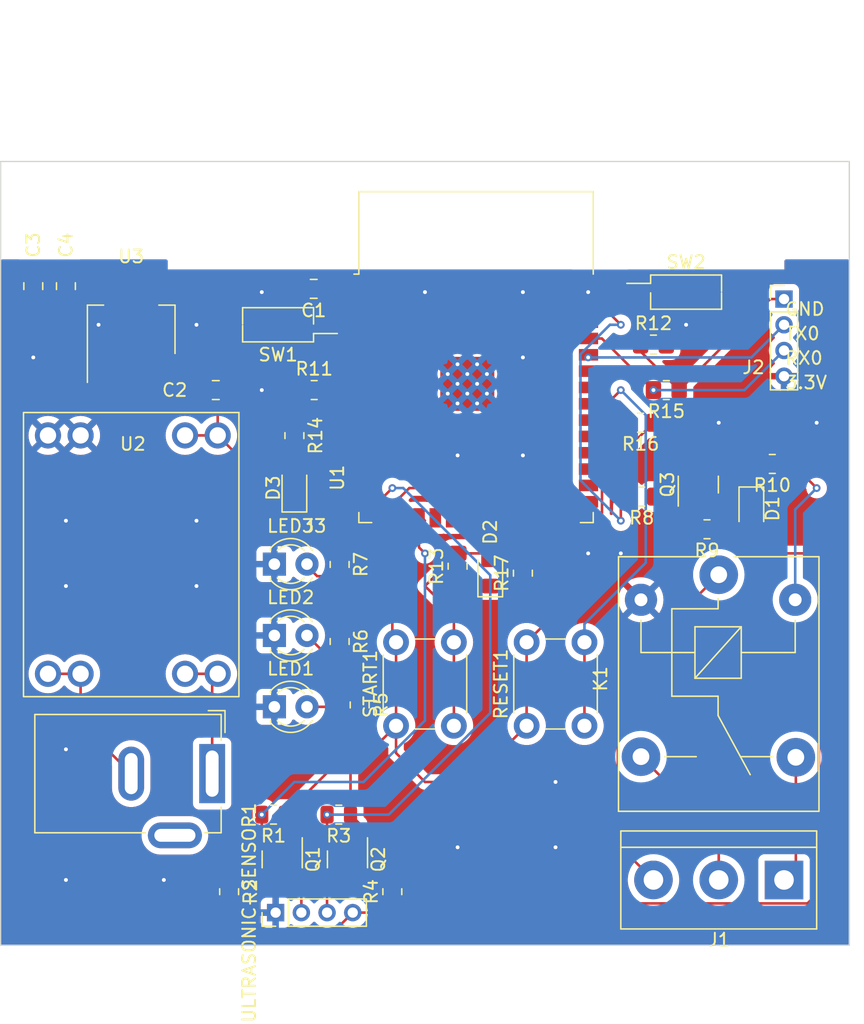
<source format=kicad_pcb>
(kicad_pcb (version 20221018) (generator pcbnew)
  (layers (0 "F.Cu" signal) (31 "B.Cu" signal) (34 "B.Paste" user) (35 "F.Paste" user) (36 "B.SilkS" user "B.Silkscreen") (37 "F.SilkS" user "F.Silkscreen") (38 "B.Mask" user) (39 "F.Mask" user) (44 "Edge.Cuts" user))
  (net 0 "")
  (net 1 "+3.3V")
  (net 2 "GND")
  (net 3 "VDD")
  (net 4 "Net-(D1-K)")
  (net 5 "GPIO2")
  (net 6 "RX0")
  (net 7 "TX0")
  (net 8 "/EN")
  (net 9 "GPIO0")
  (net 10 "GPIO5")
  (net 11 "Net-(D2-K)")
  (net 12 "Net-(D3-A)")
  (net 13 "Net-(J1-Pin_1)")
  (net 14 "Net-(J1-Pin_2)")
  (net 15 "Net-(J1-Pin_3)")
  (net 16 "Net-(J3-Pad1)")
  (net 17 "Net-(J3-Pad2)")
  (net 18 "Net-(LED1-A)")
  (net 19 "Net-(LED2-A)")
  (net 20 "Net-(LED3-A)")
  (net 21 "GPIO12")
  (net 22 "GPIO13")
  (net 29 "GPIO13-5V")
  (net 30 "GPIO12-5V")
  (net 31 "Net-(Q3-B)")
  (net 32 "GPIO26")
  (net 33 "GPIO19")
  (net 35 "GPIO25")
  (net 36 "GPIO33")
  (net 37 "GPIO23")
  (footprint "RF_Module:ESP32-WROOM-32" (layer "F.Cu") (at 64.935 48.685)
    (fp_text reference "U1" (at -10.795 6.395 90) (layer "F.SilkS"))
    (fp_text value "ESP32-WROOM-32")
    (pad "1" smd rect (at -8.75 -8.25) (size 1.5 0.9) (layers "F.Cu" "F.Paste" "F.Mask") (net 2 "GND"))
    (pad "2" smd rect (at -8.75 -6.98) (size 1.5 0.9) (layers "F.Cu" "F.Paste" "F.Mask") (net 1 "+3.3V"))
    (pad "3" smd rect (at -8.75 -5.71) (size 1.5 0.9) (layers "F.Cu" "F.Paste" "F.Mask") (net 8 "/EN"))
    (pad "4" smd rect (at -8.75 -4.44) (size 1.5 0.9) (layers "F.Cu" "F.Paste" "F.Mask"))
    (pad "5" smd rect (at -8.75 -3.17) (size 1.5 0.9) (layers "F.Cu" "F.Paste" "F.Mask"))
    (pad "6" smd rect (at -8.75 -1.9) (size 1.5 0.9) (layers "F.Cu" "F.Paste" "F.Mask"))
    (pad "7" smd rect (at -8.75 -0.63) (size 1.5 0.9) (layers "F.Cu" "F.Paste" "F.Mask"))
    (pad "8" smd rect (at -8.75 0.64) (size 1.5 0.9) (layers "F.Cu" "F.Paste" "F.Mask"))
    (pad "9" smd rect (at -8.75 1.91) (size 1.5 0.9) (layers "F.Cu" "F.Paste" "F.Mask") (net 36 "GPIO33"))
    (pad "10" smd rect (at -8.75 3.18) (size 1.5 0.9) (layers "F.Cu" "F.Paste" "F.Mask") (net 35 "GPIO25"))
    (pad "11" smd rect (at -8.75 4.45) (size 1.5 0.9) (layers "F.Cu" "F.Paste" "F.Mask") (net 32 "GPIO26"))
    (pad "12" smd rect (at -8.75 5.72) (size 1.5 0.9) (layers "F.Cu" "F.Paste" "F.Mask"))
    (pad "13" smd rect (at -8.75 6.99) (size 1.5 0.9) (layers "F.Cu" "F.Paste" "F.Mask"))
    (pad "14" smd rect (at -8.75 8.26) (size 1.5 0.9) (layers "F.Cu" "F.Paste" "F.Mask") (net 21 "GPIO12"))
    (pad "15" smd rect (at -5.71 9.51 90) (size 1.5 0.9) (layers "F.Cu" "F.Paste" "F.Mask") (net 2 "GND"))
    (pad "16" smd rect (at -4.44 9.51 90) (size 1.5 0.9) (layers "F.Cu" "F.Paste" "F.Mask") (net 22 "GPIO13"))
    (pad "17" smd rect (at -3.17 9.51 90) (size 1.5 0.9) (layers "F.Cu" "F.Paste" "F.Mask"))
    (pad "18" smd rect (at -1.9 9.51 90) (size 1.5 0.9) (layers "F.Cu" "F.Paste" "F.Mask"))
    (pad "19" smd rect (at -0.63 9.51 90) (size 1.5 0.9) (layers "F.Cu" "F.Paste" "F.Mask"))
    (pad "20" smd rect (at 0.64 9.51 90) (size 1.5 0.9) (layers "F.Cu" "F.Paste" "F.Mask"))
    (pad "21" smd rect (at 1.91 9.51 90) (size 1.5 0.9) (layers "F.Cu" "F.Paste" "F.Mask"))
    (pad "22" smd rect (at 3.18 9.51 90) (size 1.5 0.9) (layers "F.Cu" "F.Paste" "F.Mask"))
    (pad "23" smd rect (at 4.45 9.51 90) (size 1.5 0.9) (layers "F.Cu" "F.Paste" "F.Mask"))
    (pad "24" smd rect (at 5.72 9.51 90) (size 1.5 0.9) (layers "F.Cu" "F.Paste" "F.Mask") (net 5 "GPIO2"))
    (pad "25" smd rect (at 8.75 8.26) (size 1.5 0.9) (layers "F.Cu" "F.Paste" "F.Mask") (net 9 "GPIO0"))
    (pad "26" smd rect (at 8.75 6.99) (size 1.5 0.9) (layers "F.Cu" "F.Paste" "F.Mask"))
    (pad "27" smd rect (at 8.75 5.72) (size 1.5 0.9) (layers "F.Cu" "F.Paste" "F.Mask"))
    (pad "28" smd rect (at 8.75 4.45) (size 1.5 0.9) (layers "F.Cu" "F.Paste" "F.Mask"))
    (pad "29" smd rect (at 8.75 3.18) (size 1.5 0.9) (layers "F.Cu" "F.Paste" "F.Mask") (net 10 "GPIO5"))
    (pad "30" smd rect (at 8.75 1.91) (size 1.5 0.9) (layers "F.Cu" "F.Paste" "F.Mask"))
    (pad "31" smd rect (at 8.75 0.64) (size 1.5 0.9) (layers "F.Cu" "F.Paste" "F.Mask") (net 33 "GPIO19"))
    (pad "32" smd rect (at 8.75 -0.63) (size 1.5 0.9) (layers "F.Cu" "F.Paste" "F.Mask"))
    (pad "33" smd rect (at 8.75 -1.9) (size 1.5 0.9) (layers "F.Cu" "F.Paste" "F.Mask"))
    (pad "34" smd rect (at 8.75 -3.17) (size 1.5 0.9) (layers "F.Cu" "F.Paste" "F.Mask") (net 6 "RX0"))
    (pad "35" smd rect (at 8.75 -4.44) (size 1.5 0.9) (layers "F.Cu" "F.Paste" "F.Mask") (net 7 "TX0"))
    (pad "36" smd rect (at 8.75 -5.71) (size 1.5 0.9) (layers "F.Cu" "F.Paste" "F.Mask"))
    (pad "37" smd rect (at 8.75 -6.98) (size 1.5 0.9) (layers "F.Cu" "F.Paste" "F.Mask") (net 37 "GPIO23"))
    (pad "38" smd rect (at 8.75 -8.25) (size 1.5 0.9) (layers "F.Cu" "F.Paste" "F.Mask") (net 2 "GND"))
    (pad "39" smd rect (at -2.205 -2.435) (size 1.05 1.05) (layers "F.Cu" "F.Paste") (net 2 "GND"))
    (pad "39" thru_hole circle (at -2.205 -1.6725) (size 0.6 0.6) (drill 0.3) (property pad_prop_heatsink) (layers "*.Cu" "F.Mask") (net 2 "GND"))
    (pad "39" smd rect (at -2.205 -0.91) (size 1.05 1.05) (layers "F.Cu" "F.Paste") (net 2 "GND"))
    (pad "39" thru_hole circle (at -2.205 -0.1475) (size 0.6 0.6) (drill 0.3) (property pad_prop_heatsink) (layers "*.Cu" "F.Mask") (net 2 "GND"))
    (pad "39" smd rect (at -2.205 0.615) (size 1.05 1.05) (layers "F.Cu" "F.Paste") (net 2 "GND"))
    (pad "39" thru_hole circle (at -1.4425 -2.435) (size 0.6 0.6) (drill 0.3) (property pad_prop_heatsink) (layers "*.Cu" "F.Mask") (net 2 "GND"))
    (pad "39" thru_hole circle (at -1.4425 -0.91) (size 0.6 0.6) (drill 0.3) (property pad_prop_heatsink) (layers "*.Cu" "F.Mask") (net 2 "GND"))
    (pad "39" thru_hole circle (at -1.4425 0.615) (size 0.6 0.6) (drill 0.3) (property pad_prop_heatsink) (layers "*.Cu" "F.Mask") (net 2 "GND"))
    (pad "39" smd rect (at -0.68 -2.435) (size 1.05 1.05) (layers "F.Cu" "F.Paste") (net 2 "GND"))
    (pad "39" thru_hole circle (at -0.68 -1.6725) (size 0.6 0.6) (drill 0.3) (property pad_prop_heatsink) (layers "*.Cu" "F.Mask") (net 2 "GND"))
    (pad "39" smd rect (at -0.68 -0.91) (size 1.05 1.05) (layers "F.Cu" "F.Paste") (net 2 "GND"))
    (pad "39" smd rect (at -0.68 -0.91) (size 4.2 4.2) (layers "F.Cu" "F.Mask") (net 2 "GND"))
    (pad "39" thru_hole circle (at -0.68 -0.1475) (size 0.6 0.6) (drill 0.3) (property pad_prop_heatsink) (layers "*.Cu" "F.Mask") (net 2 "GND"))
    (pad "39" smd rect (at -0.68 0.615) (size 1.05 1.05) (layers "F.Cu" "F.Paste") (net 2 "GND"))
    (pad "39" thru_hole circle (at 0.0825 -2.435) (size 0.6 0.6) (drill 0.3) (property pad_prop_heatsink) (layers "*.Cu" "F.Mask") (net 2 "GND"))
    (pad "39" thru_hole circle (at 0.0825 -0.91) (size 0.6 0.6) (drill 0.3) (property pad_prop_heatsink) (layers "*.Cu" "F.Mask") (net 2 "GND"))
    (pad "39" thru_hole circle (at 0.0825 0.615) (size 0.6 0.6) (drill 0.3) (property pad_prop_heatsink) (layers "*.Cu" "F.Mask") (net 2 "GND"))
    (pad "39" smd rect (at 0.845 -2.435) (size 1.05 1.05) (layers "F.Cu" "F.Paste") (net 2 "GND"))
    (pad "39" thru_hole circle (at 0.845 -1.6725) (size 0.6 0.6) (drill 0.3) (property pad_prop_heatsink) (layers "*.Cu" "F.Mask") (net 2 "GND"))
    (pad "39" smd rect (at 0.845 -0.91) (size 1.05 1.05) (layers "F.Cu" "F.Paste") (net 2 "GND"))
    (pad "39" thru_hole circle (at 0.845 -0.1475) (size 0.6 0.6) (drill 0.3) (property pad_prop_heatsink) (layers "*.Cu" "F.Mask") (net 2 "GND"))
    (pad "39" smd rect (at 0.845 0.615) (size 1.05 1.05) (layers "F.Cu" "F.Paste") (net 2 "GND"))
    (zone (net 0) (net_name "") (layers "F.Cu" "In1.Cu" "B.Cu") (connect_pads (clearance 0)) (min_thickness 0.254)
      (keepout (tracks not_allowed) (vias not_allowed) (pads not_allowed) (copperpour not_allowed) (footprints not_allowed))
      (fill (thermal_gap 0.508) (thermal_bridge_width 0.508))
      (polygon (pts (xy 40.935 38.885) (xy 88.935 38.885) (xy 88.935 17.945) (xy 40.935 17.945)))
    )
  )
  (footprint "Capacitor_SMD:C_0805_2012Metric_Pad1.18x1.45mm_HandSolder" (layer "F.Cu") (at 44.6825 48.26)
    (fp_text reference "C2" (at -3.2 0) (layer "F.SilkS"))
    (fp_text value "10uF")
    (pad "1" smd roundrect (at -1.0375 0) (size 1.175 1.45) (layers "F.Cu" "F.Paste" "F.Mask") (roundrect_rratio 0.212766) (net 3 "VDD"))
    (pad "2" smd roundrect (at 1.0375 0) (size 1.175 1.45) (layers "F.Cu" "F.Paste" "F.Mask") (roundrect_rratio 0.212766) (net 2 "GND"))
  )
  (footprint "Library:U1584" (layer "F.Cu") (at 38.227 50.006)
    (fp_text reference "U2" (at 0 2.445 unlocked) (layer "F.SilkS"))
    (fp_text value "MP1584")
    (pad "1" thru_hole circle (at -6.604 20.32) (size 2.032 2.032) (drill 1.27) (layers "*.Cu" "*.Mask") (net 17 "Net-(J3-Pad2)"))
    (pad "2" thru_hole circle (at -4.064 20.32) (size 2.032 2.032) (drill 1.27) (layers "*.Cu" "*.Mask") (net 17 "Net-(J3-Pad2)"))
    (pad "3" thru_hole circle (at 4.064 20.32) (size 2.032 2.032) (drill 1.27) (layers "*.Cu" "*.Mask") (net 16 "Net-(J3-Pad1)"))
    (pad "4" thru_hole circle (at 6.604 20.32) (size 2.032 2.032) (drill 1.27) (layers "*.Cu" "*.Mask") (net 16 "Net-(J3-Pad1)"))
    (pad "5" thru_hole circle (at 6.604 1.778) (size 2.032 2.032) (drill 1.27) (layers "*.Cu" "*.Mask") (net 3 "VDD"))
    (pad "6" thru_hole circle (at 4.064 1.778) (size 2.032 2.032) (drill 1.27) (layers "*.Cu" "*.Mask") (net 3 "VDD"))
    (pad "7" thru_hole circle (at -4.064 1.778) (size 2.032 2.032) (drill 1.27) (layers "*.Cu" "*.Mask") (net 2 "GND"))
    (pad "8" thru_hole circle (at -6.604 1.778) (size 2.032 2.032) (drill 1.27) (layers "*.Cu" "*.Mask") (net 2 "GND"))
  )
  (footprint "Package_TO_SOT_SMD:SOT-223-3_TabPin2" (layer "F.Cu") (at 38.1 43.561 90)
    (fp_text reference "U3" (at 5.69 0) (layer "F.SilkS"))
    (fp_text value "AMS1117-3.3")
    (pad "1" smd rect (at -3.15 -2.3 90) (size 2 1.5) (layers "F.Cu" "F.Paste" "F.Mask") (net 2 "GND"))
    (pad "2" smd rect (at -3.15 0 90) (size 2 1.5) (layers "F.Cu" "F.Paste" "F.Mask") (net 1 "+3.3V"))
    (pad "2" smd rect (at 3.15 0 90) (size 2 3.8) (layers "F.Cu" "F.Paste" "F.Mask") (net 1 "+3.3V"))
    (pad "3" smd rect (at -3.15 2.3 90) (size 2 1.5) (layers "F.Cu" "F.Paste" "F.Mask") (net 3 "VDD"))
  )
  (footprint "Button_Switch_SMD:SW_DIP_SPSTx01_Slide_Copal_CHS-01B_W7.62mm_P1.27mm" (layer "F.Cu") (at 81.28 40.64)
    (fp_text reference "SW2" (at 0 -2.33) (layer "F.SilkS"))
    (fp_text value "FLASH")
    (pad "1" smd rect (at -3.81 0) (size 1.6 0.76) (layers "F.Cu" "F.Paste" "F.Mask") (net 9 "GPIO0"))
    (pad "2" smd rect (at 3.81 0) (size 1.6 0.76) (layers "F.Cu" "F.Paste" "F.Mask") (net 2 "GND"))
  )
  (footprint "LED_THT:LED_D3.0mm" (layer "F.Cu") (at 49.24 72.894484)
    (fp_text reference "LED1" (at 1.27 -2.96) (layer "F.SilkS"))
    (fp_text value "YELLOW")
    (pad "1" thru_hole rect (at 0 0) (size 1.8 1.8) (drill 0.9) (layers "*.Cu" "*.Mask") (net 2 "GND"))
    (pad "2" thru_hole circle (at 2.54 0) (size 1.8 1.8) (drill 0.9) (layers "*.Cu" "*.Mask") (net 18 "Net-(LED1-A)"))
  )
  (footprint "Resistor_SMD:R_0805_2012Metric" (layer "F.Cu") (at 49.1725 81.28 180)
    (fp_text reference "R1" (at 0 -1.65) (layer "F.SilkS"))
    (fp_text value "10k")
    (pad "1" smd roundrect (at -0.9125 0 180) (size 1.025 1.4) (layers "F.Cu" "F.Paste" "F.Mask") (roundrect_rratio 0.243902) (net 1 "+3.3V"))
    (pad "2" smd roundrect (at 0.9125 0 180) (size 1.025 1.4) (layers "F.Cu" "F.Paste" "F.Mask") (roundrect_rratio 0.243902) (net 22 "GPIO13"))
  )
  (footprint "Resistor_SMD:R_0805_2012Metric_Pad1.20x1.40mm_HandSolder" (layer "F.Cu") (at 79.74 48.26 180)
    (fp_text reference "R15" (at 0 -1.65) (layer "F.SilkS"))
    (fp_text value "10K")
    (pad "1" smd roundrect (at -1 0 180) (size 1.2 1.4) (layers "F.Cu" "F.Paste" "F.Mask") (roundrect_rratio 0.208333) (net 1 "+3.3V"))
    (pad "2" smd roundrect (at 1 0 180) (size 1.2 1.4) (layers "F.Cu" "F.Paste" "F.Mask") (roundrect_rratio 0.208333) (net 7 "TX0"))
  )
  (footprint "Connector_PinHeader_2.00mm:PinHeader_1x04_P2.00mm_Vertical" (layer "F.Cu") (at 88.9 41.18)
    (fp_text reference "J2" (at -2.375 5.315) (layer "F.SilkS"))
    (fp_text value "Conn_01x04_Pin")
    (pad "1" thru_hole rect (at 0 0) (size 1.35 1.35) (drill 0.8) (layers "*.Cu" "*.Mask") (net 1 "+3.3V"))
    (pad "2" thru_hole oval (at 0 2) (size 1.35 1.35) (drill 0.8) (layers "*.Cu" "*.Mask") (net 6 "RX0"))
    (pad "3" thru_hole oval (at 0 4) (size 1.35 1.35) (drill 0.8) (layers "*.Cu" "*.Mask") (net 7 "TX0"))
    (pad "4" thru_hole oval (at 0 6) (size 1.35 1.35) (drill 0.8) (layers "*.Cu" "*.Mask") (net 2 "GND"))
  )
  (footprint "Resistor_SMD:R_0805_2012Metric" (layer "F.Cu") (at 82.9075 59.085 180)
    (fp_text reference "R9" (at 0 -1.65) (layer "F.SilkS"))
    (fp_text value "1k")
    (pad "1" smd roundrect (at -0.9125 0 180) (size 1.025 1.4) (layers "F.Cu" "F.Paste" "F.Mask") (roundrect_rratio 0.243902) (net 3 "VDD"))
    (pad "2" smd roundrect (at 0.9125 0 180) (size 1.025 1.4) (layers "F.Cu" "F.Paste" "F.Mask") (roundrect_rratio 0.243902) (net 2 "GND"))
  )
  (footprint "Button_Switch_SMD:SW_DIP_SPSTx01_Slide_Copal_CHS-01B_W7.62mm_P1.27mm" (layer "F.Cu") (at 49.53 43.18 180)
    (fp_text reference "SW1" (at 0 -2.33) (layer "F.SilkS"))
    (fp_text value "EN")
    (pad "1" smd rect (at -3.81 0 180) (size 1.6 0.76) (layers "F.Cu" "F.Paste" "F.Mask") (net 8 "/EN"))
    (pad "2" smd rect (at 3.81 0 180) (size 1.6 0.76) (layers "F.Cu" "F.Paste" "F.Mask") (net 2 "GND"))
  )
  (footprint "Resistor_SMD:R_0805_2012Metric" (layer "F.Cu") (at 45.72 87.2725 -90)
    (fp_text reference "R2" (at 0 -1.65 -270) (layer "F.SilkS"))
    (fp_text value "10k")
    (pad "1" smd roundrect (at -0.9125 0 270) (size 1.025 1.4) (layers "F.Cu" "F.Paste" "F.Mask") (roundrect_rratio 0.243902) (net 3 "VDD"))
    (pad "2" smd roundrect (at 0.9125 0 270) (size 1.025 1.4) (layers "F.Cu" "F.Paste" "F.Mask") (roundrect_rratio 0.243902) (net 29 "GPIO13-5V"))
  )
  (footprint "Relay_THT:Relay_SPDT_SANYOU_SRD_Series_Form_C" (layer "F.Cu") (at 83.82 62.62 -90)
    (fp_text reference "K1" (at 8.1 9.2 90) (layer "F.SilkS"))
    (fp_text value "SANYOU_SRD_Form_C")
    (pad "1" thru_hole circle (at 0 0) (size 3 3) (drill 1.3) (layers "*.Cu" "*.Mask") (net 15 "Net-(J1-Pin_3)"))
    (pad "2" thru_hole circle (at 1.95 6.05) (size 2.5 2.5) (drill 1) (layers "*.Cu" "*.Mask") (net 2 "GND"))
    (pad "3" thru_hole circle (at 14.15 6.05) (size 3 3) (drill 1.3) (layers "*.Cu" "*.Mask") (net 14 "Net-(J1-Pin_2)"))
    (pad "4" thru_hole circle (at 14.2 -6) (size 3 3) (drill 1.3) (layers "*.Cu" "*.Mask") (net 13 "Net-(J1-Pin_1)"))
    (pad "5" thru_hole circle (at 1.95 -5.95) (size 2.5 2.5) (drill 1) (layers "*.Cu" "*.Mask") (net 4 "Net-(D1-K)"))
  )
  (footprint "Resistor_SMD:R_0805_2012Metric" (layer "F.Cu") (at 55.88 72.7475 -90)
    (fp_text reference "R5" (at 0 -1.65 90) (layer "F.SilkS"))
    (fp_text value "270")
    (pad "1" smd roundrect (at -0.9125 0 270) (size 1.025 1.4) (layers "F.Cu" "F.Paste" "F.Mask") (roundrect_rratio 0.243902) (net 32 "GPIO26"))
    (pad "2" smd roundrect (at 0.9125 0 270) (size 1.025 1.4) (layers "F.Cu" "F.Paste" "F.Mask") (roundrect_rratio 0.243902) (net 18 "Net-(LED1-A)"))
  )
  (footprint "Button_Switch_THT:SW_PUSH_6mm" (layer "F.Cu") (at 58.71 74.37 90)
    (fp_text reference "START1" (at 3.25 -2 90) (layer "F.SilkS"))
    (fp_text value "SW_Push")
    (pad "1" thru_hole circle (at 0 0 180) (size 2 2) (drill 1.1) (layers "*.Cu" "*.Mask") (net 1 "+3.3V"))
    (pad "1" thru_hole circle (at 6.5 0 180) (size 2 2) (drill 1.1) (layers "*.Cu" "*.Mask") (net 1 "+3.3V"))
    (pad "2" thru_hole circle (at 0 4.5 180) (size 2 2) (drill 1.1) (layers "*.Cu" "*.Mask") (net 5 "GPIO2"))
    (pad "2" thru_hole circle (at 6.5 4.5 180) (size 2 2) (drill 1.1) (layers "*.Cu" "*.Mask") (net 5 "GPIO2"))
  )
  (footprint "Resistor_SMD:R_0805_2012Metric" (layer "F.Cu") (at 54.2525 81.28 180)
    (fp_text reference "R3" (at 0 -1.65) (layer "F.SilkS"))
    (fp_text value "10k")
    (pad "1" smd roundrect (at -0.9125 0 180) (size 1.025 1.4) (layers "F.Cu" "F.Paste" "F.Mask") (roundrect_rratio 0.243902) (net 1 "+3.3V"))
    (pad "2" smd roundrect (at 0.9125 0 180) (size 1.025 1.4) (layers "F.Cu" "F.Paste" "F.Mask") (roundrect_rratio 0.243902) (net 21 "GPIO12"))
  )
  (footprint "Resistor_SMD:R_0805_2012Metric" (layer "F.Cu") (at 54.32 67.814484 -90)
    (fp_text reference "R6" (at 0 -1.65 90) (layer "F.SilkS"))
    (fp_text value "270")
    (pad "1" smd roundrect (at -0.9125 0 270) (size 1.025 1.4) (layers "F.Cu" "F.Paste" "F.Mask") (roundrect_rratio 0.243902) (net 35 "GPIO25"))
    (pad "2" smd roundrect (at 0.9125 0 270) (size 1.025 1.4) (layers "F.Cu" "F.Paste" "F.Mask") (roundrect_rratio 0.243902) (net 19 "Net-(LED2-A)"))
  )
  (footprint "Connector_PinHeader_2.00mm:PinHeader_1x04_P2.00mm_Vertical" (layer "F.Cu") (at 49.34 88.9 90)
    (fp_text reference "ULTRASONIC-SENSOR1" (at 0 -2.06 90) (layer "F.SilkS"))
    (fp_text value "Conn_01x04_Socket")
    (pad "1" thru_hole rect (at 0 0 90) (size 1.35 1.35) (drill 0.8) (layers "*.Cu" "*.Mask") (net 2 "GND"))
    (pad "2" thru_hole oval (at 0 2 90) (size 1.35 1.35) (drill 0.8) (layers "*.Cu" "*.Mask") (net 29 "GPIO13-5V"))
    (pad "3" thru_hole oval (at 0 4 90) (size 1.35 1.35) (drill 0.8) (layers "*.Cu" "*.Mask") (net 30 "GPIO12-5V"))
    (pad "4" thru_hole oval (at 0 6 90) (size 1.35 1.35) (drill 0.8) (layers "*.Cu" "*.Mask") (net 3 "VDD"))
  )
  (footprint "Resistor_SMD:R_0805_2012Metric_Pad1.20x1.40mm_HandSolder" (layer "F.Cu") (at 68.58 62.5 90)
    (fp_text reference "R17" (at 0 -1.65 90) (layer "F.SilkS"))
    (fp_text value "1K")
    (pad "1" smd roundrect (at -1 0 90) (size 1.2 1.4) (layers "F.Cu" "F.Paste" "F.Mask") (roundrect_rratio 0.208333) (net 11 "Net-(D2-K)"))
    (pad "2" smd roundrect (at 1 0 90) (size 1.2 1.4) (layers "F.Cu" "F.Paste" "F.Mask") (roundrect_rratio 0.208333) (net 2 "GND"))
  )
  (footprint "Package_TO_SOT_SMD:SOT-23" (layer "F.Cu") (at 54.93 84.7575 -90)
    (fp_text reference "Q2" (at 0 -2.4 90) (layer "F.SilkS"))
    (fp_text value "BSS138")
    (pad "1" smd roundrect (at -0.9375 -0.95 270) (size 1.475 0.6) (layers "F.Cu" "F.Paste" "F.Mask") (net 1 "+3.3V"))
    (pad "2" smd roundrect (at -0.9375 0.95 270) (size 1.475 0.6) (layers "F.Cu" "F.Paste" "F.Mask") (net 21 "GPIO12"))
    (pad "3" smd roundrect (at 0.9375 0 270) (size 1.475 0.6) (layers "F.Cu" "F.Paste" "F.Mask") (net 30 "GPIO12-5V"))
  )
  (footprint "Resistor_SMD:R_0805_2012Metric_Pad1.20x1.40mm_HandSolder" (layer "F.Cu") (at 50.8 51.8 -90)
    (fp_text reference "R14" (at 0 -1.65 90) (layer "F.SilkS"))
    (fp_text value "1K")
    (pad "1" smd roundrect (at -1 0 270) (size 1.2 1.4) (layers "F.Cu" "F.Paste" "F.Mask") (roundrect_rratio 0.208333) (net 1 "+3.3V"))
    (pad "2" smd roundrect (at 1 0 270) (size 1.2 1.4) (layers "F.Cu" "F.Paste" "F.Mask") (roundrect_rratio 0.208333) (net 12 "Net-(D3-A)"))
  )
  (footprint "Resistor_SMD:R_0805_2012Metric" (layer "F.Cu") (at 77.8275 56.545 180)
    (fp_text reference "R8" (at 0 -1.65) (layer "F.SilkS"))
    (fp_text value "1k")
    (pad "1" smd roundrect (at -0.9125 0 180) (size 1.025 1.4) (layers "F.Cu" "F.Paste" "F.Mask") (roundrect_rratio 0.243902) (net 31 "Net-(Q3-B)"))
    (pad "2" smd roundrect (at 0.9125 0 180) (size 1.025 1.4) (layers "F.Cu" "F.Paste" "F.Mask") (roundrect_rratio 0.243902) (net 37 "GPIO23"))
  )
  (footprint "Package_TO_SOT_SMD:SOT-23" (layer "F.Cu") (at 49.85 84.7575 -90)
    (fp_text reference "Q1" (at 0 -2.4 90) (layer "F.SilkS"))
    (fp_text value "BSS138")
    (pad "1" smd roundrect (at -0.9375 -0.95 270) (size 1.475 0.6) (layers "F.Cu" "F.Paste" "F.Mask") (net 1 "+3.3V"))
    (pad "2" smd roundrect (at -0.9375 0.95 270) (size 1.475 0.6) (layers "F.Cu" "F.Paste" "F.Mask") (net 22 "GPIO13"))
    (pad "3" smd roundrect (at 0.9375 0 270) (size 1.475 0.6) (layers "F.Cu" "F.Paste" "F.Mask") (net 29 "GPIO13-5V"))
  )
  (footprint "LED_THT:LED_D3.0mm" (layer "F.Cu") (at 49.24 67.344484)
    (fp_text reference "LED2" (at 1.27 -2.96) (layer "F.SilkS"))
    (fp_text value "GREEN")
    (pad "1" thru_hole rect (at 0 0) (size 1.8 1.8) (drill 0.9) (layers "*.Cu" "*.Mask") (net 2 "GND"))
    (pad "2" thru_hole circle (at 2.54 0) (size 1.8 1.8) (drill 0.9) (layers "*.Cu" "*.Mask") (net 19 "Net-(LED2-A)"))
  )
  (footprint "Resistor_SMD:R_0805_2012Metric" (layer "F.Cu") (at 54.32 61.821984 -90)
    (fp_text reference "R7" (at 0 -1.65 90) (layer "F.SilkS"))
    (fp_text value "270")
    (pad "1" smd roundrect (at -0.9125 0 270) (size 1.025 1.4) (layers "F.Cu" "F.Paste" "F.Mask") (roundrect_rratio 0.243902) (net 36 "GPIO33"))
    (pad "2" smd roundrect (at 0.9125 0 270) (size 1.025 1.4) (layers "F.Cu" "F.Paste" "F.Mask") (roundrect_rratio 0.243902) (net 20 "Net-(LED3-A)"))
  )
  (footprint "LED_SMD:LED_0805_2012Metric_Pad1.15x1.40mm_HandSolder" (layer "F.Cu") (at 50.8 55.88 90)
    (fp_text reference "D3" (at 0 -1.65 90) (layer "F.SilkS"))
    (fp_text value "PWR")
    (pad "1" smd roundrect (at -1.025 0 90) (size 1.15 1.4) (layers "F.Cu" "F.Paste" "F.Mask") (roundrect_rratio 0.217391) (net 2 "GND"))
    (pad "2" smd roundrect (at 1.025 0 90) (size 1.15 1.4) (layers "F.Cu" "F.Paste" "F.Mask") (roundrect_rratio 0.217391) (net 12 "Net-(D3-A)"))
  )
  (footprint "Capacitor_SMD:C_0805_2012Metric_Pad1.18x1.45mm_HandSolder" (layer "F.Cu") (at 52.3025 40.386 180)
    (fp_text reference "C1" (at 0 -1.68) (layer "F.SilkS"))
    (fp_text value "100uF/6.3V")
    (pad "1" smd roundrect (at -1.0375 0 180) (size 1.175 1.45) (layers "F.Cu" "F.Paste" "F.Mask") (roundrect_rratio 0.212766) (net 1 "+3.3V"))
    (pad "2" smd roundrect (at 1.0375 0 180) (size 1.175 1.45) (layers "F.Cu" "F.Paste" "F.Mask") (roundrect_rratio 0.212766) (net 2 "GND"))
  )
  (footprint "Resistor_SMD:R_0805_2012Metric" (layer "F.Cu") (at 58.42 87.2725 90)
    (fp_text reference "R4" (at 0 -1.65 90) (layer "F.SilkS"))
    (fp_text value "10k")
    (pad "1" smd roundrect (at -0.9125 0 90) (size 1.025 1.4) (layers "F.Cu" "F.Paste" "F.Mask") (roundrect_rratio 0.243902) (net 3 "VDD"))
    (pad "2" smd roundrect (at 0.9125 0 90) (size 1.025 1.4) (layers "F.Cu" "F.Paste" "F.Mask") (roundrect_rratio 0.243902) (net 30 "GPIO12-5V"))
  )
  (footprint "Resistor_SMD:R_0805_2012Metric_Pad1.20x1.40mm_HandSolder" (layer "F.Cu") (at 52.34 48.26)
    (fp_text reference "R11" (at 0 -1.65) (layer "F.SilkS"))
    (fp_text value "10K")
    (pad "1" smd roundrect (at -1 0) (size 1.2 1.4) (layers "F.Cu" "F.Paste" "F.Mask") (roundrect_rratio 0.208333) (net 1 "+3.3V"))
    (pad "2" smd roundrect (at 1 0) (size 1.2 1.4) (layers "F.Cu" "F.Paste" "F.Mask") (roundrect_rratio 0.208333) (net 8 "/EN"))
  )
  (footprint "Package_TO_SOT_SMD:SOT-23" (layer "F.Cu") (at 82.23 55.6075 90)
    (fp_text reference "Q3" (at 0 -2.4 90) (layer "F.SilkS"))
    (fp_text value "MMBT3906")
    (pad "1" smd roundrect (at -0.9375 -0.95 90) (size 1.475 0.6) (layers "F.Cu" "F.Paste" "F.Mask") (net 31 "Net-(Q3-B)"))
    (pad "2" smd roundrect (at -0.9375 0.95 90) (size 1.475 0.6) (layers "F.Cu" "F.Paste" "F.Mask") (net 3 "VDD"))
    (pad "3" smd roundrect (at 0.9375 0 90) (size 1.475 0.6) (layers "F.Cu" "F.Paste" "F.Mask") (net 4 "Net-(D1-K)"))
  )
  (footprint "Button_Switch_THT:SW_PUSH_6mm" (layer "F.Cu") (at 68.87 74.37 90)
    (fp_text reference "RESET1" (at 3.25 -2 90) (layer "F.SilkS"))
    (fp_text value "SW_Push")
    (pad "1" thru_hole circle (at 0 0 180) (size 2 2) (drill 1.1) (layers "*.Cu" "*.Mask") (net 1 "+3.3V"))
    (pad "1" thru_hole circle (at 6.5 0 180) (size 2 2) (drill 1.1) (layers "*.Cu" "*.Mask") (net 1 "+3.3V"))
    (pad "2" thru_hole circle (at 0 4.5 180) (size 2 2) (drill 1.1) (layers "*.Cu" "*.Mask") (net 33 "GPIO19"))
    (pad "2" thru_hole circle (at 6.5 4.5 180) (size 2 2) (drill 1.1) (layers "*.Cu" "*.Mask") (net 33 "GPIO19"))
  )
  (footprint "Connector_BarrelJack:BarrelJack_GCT_DCJ200-10-A_Horizontal" (layer "F.Cu") (at 44.4 78.09 -90)
    (fp_text reference "J3" (at -19.255516 -8.03) (layer "F.SilkS"))
    (fp_text value "Barrel_Jack")
    (pad "1" thru_hole rect (at 0 0 270) (size 4.6 2) (drill oval 3.6 1) (layers "*.Cu" "*.Mask") (net 16 "Net-(J3-Pad1)"))
    (pad "2" thru_hole oval (at 0 6.3 270) (size 4.2 2) (drill oval 3.2 1) (layers "*.Cu" "*.Mask") (net 17 "Net-(J3-Pad2)"))
    (pad "3" thru_hole oval (at 4.8 2.9 270) (size 2 4.2) (drill oval 1 3.2) (layers "*.Cu" "*.Mask"))
  )
  (footprint "LED_SMD:LED_0805_2012Metric_Pad1.15x1.40mm_HandSolder" (layer "F.Cu") (at 66.04 62.475 90)
    (fp_text reference "D2" (at 3.175 0 90) (layer "F.SilkS"))
    (fp_text value "BLUE")
    (pad "1" smd roundrect (at -1.025 0 90) (size 1.15 1.4) (layers "F.Cu" "F.Paste" "F.Mask") (roundrect_rratio 0.217391) (net 11 "Net-(D2-K)"))
    (pad "2" smd roundrect (at 1.025 0 90) (size 1.15 1.4) (layers "F.Cu" "F.Paste" "F.Mask") (roundrect_rratio 0.217391) (net 5 "GPIO2"))
  )
  (footprint "TerminalBlock:TerminalBlock_bornier-3_P5.08mm" (layer "F.Cu") (at 88.9 86.36 180)
    (fp_text reference "J1" (at 5.05 -4.65) (layer "F.SilkS"))
    (fp_text value "Screw_Terminal_01x03")
    (pad "1" thru_hole rect (at 0 0 180) (size 3 3) (drill 1.52) (layers "*.Cu" "*.Mask") (net 13 "Net-(J1-Pin_1)"))
    (pad "2" thru_hole circle (at 5.08 0 180) (size 3 3) (drill 1.52) (layers "*.Cu" "*.Mask") (net 14 "Net-(J1-Pin_2)"))
    (pad "3" thru_hole circle (at 10.16 0 180) (size 3 3) (drill 1.52) (layers "*.Cu" "*.Mask") (net 15 "Net-(J1-Pin_3)"))
  )
  (footprint "Capacitor_SMD:C_0805_2012Metric_Pad1.18x1.45mm_HandSolder" (layer "F.Cu") (at 33.02 40.175 -90)
    (fp_text reference "C4" (at -3.2 0 90) (layer "F.SilkS"))
    (fp_text value "10uF")
    (pad "1" smd roundrect (at -1.0375 0 270) (size 1.175 1.45) (layers "F.Cu" "F.Paste" "F.Mask") (roundrect_rratio 0.212766) (net 1 "+3.3V"))
    (pad "2" smd roundrect (at 1.0375 0 270) (size 1.175 1.45) (layers "F.Cu" "F.Paste" "F.Mask") (roundrect_rratio 0.212766) (net 2 "GND"))
  )
  (footprint "Resistor_SMD:R_0805_2012Metric_Pad1.20x1.40mm_HandSolder" (layer "F.Cu") (at 63.5 61.96 90)
    (fp_text reference "R13" (at 0 -1.65 90) (layer "F.SilkS"))
    (fp_text value "10K")
    (pad "1" smd roundrect (at -1 0 90) (size 1.2 1.4) (layers "F.Cu" "F.Paste" "F.Mask") (roundrect_rratio 0.208333) (net 2 "GND"))
    (pad "2" smd roundrect (at 1 0 90) (size 1.2 1.4) (layers "F.Cu" "F.Paste" "F.Mask") (roundrect_rratio 0.208333) (net 5 "GPIO2"))
  )
  (footprint "Resistor_SMD:R_0805_2012Metric" (layer "F.Cu") (at 87.9875 54.005 180)
    (fp_text reference "R10" (at 0 -1.65) (layer "F.SilkS"))
    (fp_text value "1k")
    (pad "1" smd roundrect (at -0.9125 0 180) (size 1.025 1.4) (layers "F.Cu" "F.Paste" "F.Mask") (roundrect_rratio 0.243902) (net 4 "Net-(D1-K)"))
    (pad "2" smd roundrect (at 0.9125 0 180) (size 1.025 1.4) (layers "F.Cu" "F.Paste" "F.Mask") (roundrect_rratio 0.243902) (net 2 "GND"))
  )
  (footprint "Diode_SMD:D_0805_2012Metric" (layer "F.Cu") (at 86.36 57.4825 -90)
    (fp_text reference "D1" (at 0 -1.65 90) (layer "F.SilkS"))
    (fp_text value "D")
    (pad "1" smd roundrect (at -0.9375 0 270) (size 0.975 1.4) (layers "F.Cu" "F.Paste" "F.Mask") (net 4 "Net-(D1-K)"))
    (pad "2" smd roundrect (at 0.9375 0 270) (size 0.975 1.4) (layers "F.Cu" "F.Paste" "F.Mask") (net 2 "GND"))
  )
  (footprint "Resistor_SMD:R_0805_2012Metric_Pad1.20x1.40mm_HandSolder" (layer "F.Cu") (at 77.74 50.8 180)
    (fp_text reference "R16" (at 0 -1.65) (layer "F.SilkS"))
    (fp_text value "10K")
    (pad "1" smd roundrect (at -1 0 180) (size 1.2 1.4) (layers "F.Cu" "F.Paste" "F.Mask") (roundrect_rratio 0.208333) (net 1 "+3.3V"))
    (pad "2" smd roundrect (at 1 0 180) (size 1.2 1.4) (layers "F.Cu" "F.Paste" "F.Mask") (roundrect_rratio 0.208333) (net 10 "GPIO5"))
  )
  (footprint "LED_THT:LED_D3.0mm" (layer "F.Cu") (at 49.24 61.794484)
    (fp_text reference "LED3" (at 1.27 -2.96) (layer "F.SilkS"))
    (fp_text value "RED")
    (pad "1" thru_hole rect (at 0 0) (size 1.8 1.8) (drill 0.9) (layers "*.Cu" "*.Mask") (net 2 "GND"))
    (pad "2" thru_hole circle (at 2.54 0) (size 1.8 1.8) (drill 0.9) (layers "*.Cu" "*.Mask") (net 20 "Net-(LED3-A)"))
  )
  (footprint "Resistor_SMD:R_0805_2012Metric_Pad1.20x1.40mm_HandSolder" (layer "F.Cu") (at 78.74 44.72)
    (fp_text reference "R12" (at 0 -1.65) (layer "F.SilkS"))
    (fp_text value "10K")
    (pad "1" smd roundrect (at -1 0) (size 1.2 1.4) (layers "F.Cu" "F.Paste" "F.Mask") (roundrect_rratio 0.208333) (net 1 "+3.3V"))
    (pad "2" smd roundrect (at 1 0) (size 1.2 1.4) (layers "F.Cu" "F.Paste" "F.Mask") (roundrect_rratio 0.208333) (net 9 "GPIO0"))
  )
  (footprint "Capacitor_SMD:C_0805_2012Metric_Pad1.18x1.45mm_HandSolder" (layer "F.Cu") (at 30.48 40.175 90)
    (fp_text reference "C3" (at 3.2 0 90) (layer "F.SilkS"))
    (fp_text value "100nF")
    (pad "1" smd roundrect (at -1.0375 0 90) (size 1.175 1.45) (layers "F.Cu" "F.Paste" "F.Mask") (roundrect_rratio 0.212766) (net 2 "GND"))
    (pad "2" smd roundrect (at 1.0375 0 90) (size 1.175 1.45) (layers "F.Cu" "F.Paste" "F.Mask") (roundrect_rratio 0.212766) (net 1 "+3.3V"))
  )
  (gr_rect (start 27.94 30.48) (end 93.98 91.44) (stroke (width 0.1)) (fill none) (layer "Edge.Cuts"))
  (gr_text "TX0" (at 88.9 44.45) (layer "F.SilkS") (effects (font (size 1 1)) (justify left bottom)))
  (gr_text "GND" (at 88.9 42.545) (layer "F.SilkS") (effects (font (size 1 1)) (justify left bottom)))
  (gr_text "RX0" (at 88.9 46.355) (layer "F.SilkS") (effects (font (size 1 1)) (justify left bottom)))
  (gr_text "3.3V" (at 88.9 48.26) (layer "F.SilkS") (effects (font (size 1 1)) (justify left bottom)))
  (segment (start 88.9 41.18) (end 87.82 41.18) (width 0.2) (layer "F.Cu") (net 1))
  (segment (start 56.185 41.705) (end 56.715 41.705) (width 0.2) (layer "F.Cu") (net 1))
  (segment (start 78.74 50.8) (end 80.74 48.8) (width 0.2) (layer "F.Cu") (net 1))
  (segment (start 87.82 41.18) (end 80.74 48.26) (width 0.2) (layer "F.Cu") (net 1))
  (segment (start 30.48 39.1375) (end 33.02 39.1375) (width 0.2) (layer "F.Cu") (net 1))
  (segment (start 44.591 40.411) (end 47.81 43.63) (width 0.2) (layer "F.Cu") (net 1))
  (segment (start 60.96 55.88) (end 59.74 55.88) (width 0.2) (layer "F.Cu") (net 1))
  (segment (start 49.735 41.705) (end 47.81 43.63) (width 0.2) (layer "F.Cu") (net 1))
  (segment (start 77.74 45.26) (end 77.74 44.72) (width 0.2) (layer "F.Cu") (net 1))
  (segment (start 58.71 76.49) (end 60.96 78.74) (width 0.2) (layer "F.Cu") (net 1))
  (segment (start 59.74 55.88) (end 58.42 57.2) (width 0.2) (layer "F.Cu") (net 1))
  (segment (start 58.42 43.41) (end 58.42 53.34) (width 0.2) (layer "F.Cu") (net 1))
  (segment (start 58.42 53.34) (end 60.96 55.88) (width 0.2) (layer "F.Cu") (net 1))
  (segment (start 56.185 41.705) (end 54.659 41.705) (width 0.2) (layer "F.Cu") (net 1))
  (segment (start 58.71 74.37) (end 58.71 76.49) (width 0.2) (layer "F.Cu") (net 1))
  (segment (start 51.34 47.16) (end 51.34 48.26) (width 0.2) (layer "F.Cu") (net 1))
  (segment (start 68.87 74.37) (end 68.87 67.87) (width 0.2) (layer "F.Cu") (net 1))
  (segment (start 50.8 48.8) (end 50.8 50.8) (width 0.2) (layer "F.Cu") (net 1))
  (segment (start 50.8 81.995) (end 50.8 83.82) (width 0.2) (layer "F.Cu") (net 1))
  (segment (start 74.735 62.005) (end 74.735 54.805) (width 0.2) (layer "F.Cu") (net 1))
  (segment (start 38.1 46.711) (end 38.1 40.411) (width 0.2) (layer "F.Cu") (net 1))
  (segment (start 58.42 67.58) (end 58.71 67.87) (width 0.2) (layer "F.Cu") (net 1))
  (segment (start 60.96 78.74) (end 64.5 78.74) (width 0.2) (layer "F.Cu") (net 1))
  (segment (start 55.88 81.995) (end 55.88 83.82) (width 0.2) (layer "F.Cu") (net 1))
  (segment (start 55.165 81.28) (end 55.88 81.995) (width 0.2) (layer "F.Cu") (net 1))
  (segment (start 54.659 41.705) (end 53.34 40.386) (width 0.2) (layer "F.Cu") (net 1))
  (segment (start 47.81 43.63) (end 51.34 47.16) (width 0.2) (layer "F.Cu") (net 1))
  (segment (start 38.1 40.411) (end 34.2935 40.411) (width 0.2) (layer "F.Cu") (net 1))
  (segment (start 38.1 40.411) (end 44.591 40.411) (width 0.2) (layer "F.Cu") (net 1))
  (segment (start 58.71 74.37) (end 55.165 77.915) (width 0.2) (layer "F.Cu") (net 1))
  (segment (start 80.74 48.8) (end 80.74 48.26) (width 0.2) (layer "F.Cu") (net 1))
  (segment (start 80.74 48.26) (end 77.74 45.26) (width 0.2) (layer "F.Cu") (net 1))
  (segment (start 34.2935 40.411) (end 33.02 39.1375) (width 0.2) (layer "F.Cu") (net 1))
  (segment (start 50.085 81.28) (end 50.8 81.995) (width 0.2) (layer "F.Cu") (net 1))
  (segment (start 50.085 81.28) (end 53.45 77.915) (width 0.2) (layer "F.Cu") (net 1))
  (segment (start 64.5 78.74) (end 68.87 74.37) (width 0.2) (layer "F.Cu") (net 1))
  (segment (start 54.659 41.705) (end 49.735 41.705) (width 0.2) (layer "F.Cu") (net 1))
  (segment (start 58.42 57.2) (end 58.42 67.58) (width 0.2) (layer "F.Cu") (net 1))
  (segment (start 68.87 67.87) (end 74.735 62.005) (width 0.2) (layer "F.Cu") (net 1))
  (segment (start 74.735 54.805) (end 78.74 50.8) (width 0.2) (layer "F.Cu") (net 1))
  (segment (start 51.34 48.26) (end 50.8 48.8) (width 0.2) (layer "F.Cu") (net 1))
  (segment (start 58.71 67.87) (end 58.71 74.37) (width 0.2) (layer "F.Cu") (net 1))
  (segment (start 55.165 77.915) (end 55.165 81.28) (width 0.2) (layer "F.Cu") (net 1))
  (segment (start 56.715 41.705) (end 58.42 43.41) (width 0.2) (layer "F.Cu") (net 1))
  (segment (start 53.45 77.915) (end 55.165 77.915) (width 0.2) (layer "F.Cu") (net 1))
  (segment (start 62.73 46.25) (end 62.73 47.0125) (width 0.2) (layer "F.Cu") (net 2))
  (segment (start 63.4925 47.775) (end 62.73 47.0125) (width 0.2) (layer "F.Cu") (net 2))
  (segment (start 64.255 47.0125) (end 65.0175 47.775) (width 0.2) (layer "F.Cu") (net 2))
  (segment (start 65.78 49.3) (end 65.78 48.5375) (width 0.2) (layer "F.Cu") (net 2))
  (segment (start 65.0175 46.25) (end 64.255 47.0125) (width 0.2) (layer "F.Cu") (net 2))
  (segment (start 65.78 48.5375) (end 65.78 47.0125) (width 0.2) (layer "F.Cu") (net 2))
  (segment (start 64.255 48.5375) (end 65.0175 49.3) (width 0.2) (layer "F.Cu") (net 2))
  (segment (start 64.255 48.5375) (end 65.0175 47.775) (width 0.2) (layer "F.Cu") (net 2))
  (segment (start 62.73 47.0125) (end 62.73 48.5375) (width 0.2) (layer "F.Cu") (net 2))
  (segment (start 62.73 47.0125) (end 62.73 47.775) (width 0.2) (layer "F.Cu") (net 2))
  (segment (start 62.73 48.5375) (end 63.4925 49.3) (width 0.2) (layer "F.Cu") (net 2))
  (segment (start 62.73 48.5375) (end 62.73 49.3) (width 0.2) (layer "F.Cu") (net 2))
  (segment (start 64.255 47.0125) (end 63.4925 47.775) (width 0.2) (layer "F.Cu") (net 2))
  (segment (start 65.78 46.25) (end 65.78 47.0125) (width 0.2) (layer "F.Cu") (net 2))
  (segment (start 63.4925 46.25) (end 62.73 47.0125) (width 0.2) (layer "F.Cu") (net 2))
  (segment (start 65.0175 49.3) (end 65.78 48.5375) (width 0.2) (layer "F.Cu") (net 2))
  (via (at 33.02 58.42) (size 0.6) (drill 0.3) (layers "F.Cu" "B.Cu") (net 2))
  (via (at 60.96 40.64) (size 0.6) (drill 0.3) (layers "F.Cu" "B.Cu") (net 2))
  (via (at 33.02 76.2) (size 0.6) (drill 0.3) (layers "F.Cu" "B.Cu") (net 2))
  (via (at 48.26 40.64) (size 0.6) (drill 0.3) (layers "F.Cu" "B.Cu") (net 2))
  (via (at 33.02 86.36) (size 0.6) (drill 0.3) (layers "F.Cu" "B.Cu") (net 2))
  (via (at 33.02 63.5) (size 0.6) (drill 0.3) (layers "F.Cu" "B.Cu") (net 2))
  (via (at 68.58 40.64) (size 0.6) (drill 0.3) (layers "F.Cu" "B.Cu") (net 2))
  (via (at 81.28 43.18) (size 0.6) (drill 0.3) (layers "F.Cu" "B.Cu") (net 2))
  (via (at 68.58 53.34) (size 0.6) (drill 0.3) (layers "F.Cu" "B.Cu") (net 2))
  (via (at 83.82 50.8) (size 0.6) (drill 0.3) (layers "F.Cu" "B.Cu") (net 2))
  (via (at 43.18 58.42) (size 0.6) (drill 0.3) (layers "F.Cu" "B.Cu") (net 2))
  (via (at 73.66 40.64) (size 0.6) (drill 0.3) (layers "F.Cu" "B.Cu") (net 2))
  (via (at 43.18 63.5) (size 0.6) (drill 0.3) (layers "F.Cu" "B.Cu") (net 2))
  (via (at 68.58 45.72) (size 0.6) (drill 0.3) (layers "F.Cu" "B.Cu") (net 2))
  (via (at 35.56 43.18) (size 0.6) (drill 0.3) (layers "F.Cu" "B.Cu") (net 2))
  (via (at 63.5 53.34) (size 0.6) (drill 0.3) (layers "F.Cu" "B.Cu") (net 2))
  (via (at 73.66 60.96) (size 0.6) (drill 0.3) (layers "F.Cu" "B.Cu") (net 2))
  (via (at 76.2 60.96) (size 0.6) (drill 0.3) (layers "F.Cu" "B.Cu") (net 2))
  (via (at 71.12 83.82) (size 0.6) (drill 0.3) (layers "F.Cu" "B.Cu") (net 2))
  (via (at 71.12 78.74) (size 0.6) (drill 0.3) (layers "F.Cu" "B.Cu") (net 2))
  (via (at 63.5 83.82) (size 0.6) (drill 0.3) (layers "F.Cu" "B.Cu") (net 2))
  (via (at 30.48 45.72) (size 0.6) (drill 0.3) (layers "F.Cu" "B.Cu") (net 2))
  (via (at 48.26 48.26) (size 0.6) (drill 0.3) (layers "F.Cu" "B.Cu") (net 2))
  (via (at 40.64 86.36) (size 0.6) (drill 0.3) (layers "F.Cu" "B.Cu") (net 2))
  (via (at 43.18 43.18) (size 0.6) (drill 0.3) (layers "F.Cu" "B.Cu") (net 2))
  (via (at 91.44 50.8) (size 0.6) (drill 0.3) (layers "F.Cu" "B.Cu") (net 2))
  (segment (start 57.705 88.9) (end 58.42 88.185) (width 0.2) (layer "F.Cu") (net 3))
  (segment (start 90.725 88.185) (end 91.62 87.29) (width 0.2) (layer "F.Cu") (net 3))
  (segment (start 43.18 88.79) (end 45.72 91.33) (width 0.2) (layer "F.Cu") (net 3))
  (segment (start 40.4 46.711) (end 42.096 46.711) (width 0.2) (layer "F.Cu") (net 3))
  (segment (start 83.18 56.545) (end 83.82 57.185) (width 0.2) (layer "F.Cu") (net 3))
  (segment (start 85.695 60.96) (end 83.82 59.085) (width 0.2) (layer "F.Cu") (net 3))
  (segment (start 47.4475 54.4005) (end 47.4475 84.6325) (width 0.2) (layer "F.Cu") (net 3))
  (segment (start 52.91 91.33) (end 55.34 88.9) (width 0.2) (layer "F.Cu") (net 3))
  (segment (start 47.4475 84.6325) (end 45.72 86.36) (width 0.2) (layer "F.Cu") (net 3))
  (segment (start 44.831 51.784) (end 47.4475 54.4005) (width 0.2) (layer "F.Cu") (net 3))
  (segment (start 91.62 87.29) (end 91.62 61.14) (width 0.2) (layer "F.Cu") (net 3))
  (segment (start 44.831 51.784) (end 42.291 51.784) (width 0.2) (layer "F.Cu") (net 3))
  (segment (start 44.831 49.446) (end 44.831 51.784) (width 0.2) (layer "F.Cu") (net 3))
  (segment (start 83.82 57.185) (end 83.82 59.085) (width 0.2) (layer "F.Cu") (net 3))
  (segment (start 55.34 88.9) (end 57.705 88.9) (width 0.2) (layer "F.Cu") (net 3))
  (segment (start 91.44 60.96) (end 85.695 60.96) (width 0.2) (layer "F.Cu") (net 3))
  (segment (start 45.72 91.33) (end 52.91 91.33) (width 0.2) (layer "F.Cu") (net 3))
  (segment (start 43.18 86.36) (end 43.18 88.79) (width 0.2) (layer "F.Cu") (net 3))
  (segment (start 91.62 61.14) (end 91.44 60.96) (width 0.2) (layer "F.Cu") (net 3))
  (segment (start 45.72 86.36) (end 43.18 86.36) (width 0.2) (layer "F.Cu") (net 3))
  (segment (start 58.42 88.185) (end 90.725 88.185) (width 0.2) (layer "F.Cu") (net 3))
  (segment (start 42.096 46.711) (end 43.645 48.26) (width 0.2) (layer "F.Cu") (net 3))
  (segment (start 43.645 48.26) (end 44.831 49.446) (width 0.2) (layer "F.Cu") (net 3))
  (segment (start 89.565 54.005) (end 88.9 54.005) (width 0.2) (layer "F.Cu") (net 4))
  (segment (start 86.36 56.545) (end 84.485 54.67) (width 0.2) (layer "F.Cu") (net 4))
  (segment (start 86.36 56.545) (end 88.9 54.005) (width 0.2) (layer "F.Cu") (net 4))
  (segment (start 84.485 54.67) (end 82.23 54.67) (width 0.2) (layer "F.Cu") (net 4))
  (segment (start 91.44 55.88) (end 89.565 54.005) (width 0.2) (layer "F.Cu") (net 4))
  (via (at 91.44 55.88) (size 0.6) (drill 0.3) (layers "F.Cu" "B.Cu") (net 4))
  (segment (start 89.77 57.55) (end 91.44 55.88) (width 0.2) (layer "B.Cu") (net 4))
  (segment (start 89.77 64.57) (end 89.77 57.55) (width 0.2) (layer "B.Cu") (net 4))
  (segment (start 63.5 60.96) (end 60.96 63.5) (width 0.2) (layer "F.Cu") (net 5))
  (segment (start 69.2 60.6) (end 66.89 60.6) (width 0.2) (layer "F.Cu") (net 5))
  (segment (start 66.89 60.6) (end 66.04 61.45) (width 0.2) (layer "F.Cu") (net 5))
  (segment (start 65.55 60.96) (end 66.04 61.45) (width 0.2) (layer "F.Cu") (net 5))
  (segment (start 63.5 60.96) (end 65.55 60.96) (width 0.2) (layer "F.Cu") (net 5))
  (segment (start 70.655 58.195) (end 70.655 59.145) (width 0.2) (layer "F.Cu") (net 5))
  (segment (start 63.21 67.87) (end 63.21 74.37) (width 0.2) (layer "F.Cu") (net 5))
  (segment (start 63.21 65.75) (end 63.21 67.87) (width 0.2) (layer "F.Cu") (net 5))
  (segment (start 70.655 59.145) (end 69.2 60.6) (width 0.2) (layer "F.Cu") (net 5))
  (segment (start 60.96 63.5) (end 63.21 65.75) (width 0.2) (layer "F.Cu") (net 5))
  (via (at 73.66 45.72) (size 0.6) (drill 0.3) (layers "F.Cu" "B.Cu") (net 6))
  (segment (start 73.66 45.72) (end 86.36 45.72) (width 0.2) (layer "B.Cu") (net 6))
  (segment (start 86.36 45.72) (end 88.9 43.18) (width 0.2) (layer "B.Cu") (net 6))
  (segment (start 73.685 44.245) (end 74.725 44.245) (width 0.2) (layer "F.Cu") (net 7))
  (segment (start 74.725 44.245) (end 78.74 48.26) (width 0.2) (layer "F.Cu") (net 7))
  (via (at 78.74 48.26) (size 0.6) (drill 0.3) (layers "F.Cu" "B.Cu") (net 7))
  (segment (start 78.74 48.26) (end 85.82 48.26) (width 0.2) (layer "B.Cu") (net 7))
  (segment (start 85.82 48.26) (end 88.9 45.18) (width 0.2) (layer "B.Cu") (net 7))
  (segment (start 53.34 43.18) (end 53.34 48.26) (width 0.2) (layer "F.Cu") (net 8))
  (segment (start 55.98 43.18) (end 56.185 42.975) (width 0.2) (layer "F.Cu") (net 8))
  (segment (start 53.34 43.18) (end 55.98 43.18) (width 0.2) (layer "F.Cu") (net 8))
  (segment (start 77.47 40.64) (end 76.515 39.685) (width 0.2) (layer "F.Cu") (net 9))
  (segment (start 76.515 39.685) (end 72.635 39.685) (width 0.2) (layer "F.Cu") (net 9))
  (segment (start 71.12 55.88) (end 72.185 56.945) (width 0.2) (layer "F.Cu") (net 9))
  (segment (start 79.74 44.72) (end 77.47 42.45) (width 0.2) (layer "F.Cu") (net 9))
  (segment (start 77.47 42.45) (end 77.47 40.64) (width 0.2) (layer "F.Cu") (net 9))
  (segment (start 72.185 56.945) (end 73.685 56.945) (width 0.2) (layer "F.Cu") (net 9))
  (segment (start 71.12 41.2) (end 71.12 55.88) (width 0.2) (layer "F.Cu") (net 9))
  (segment (start 72.635 39.685) (end 71.12 41.2) (width 0.2) (layer "F.Cu") (net 9))
  (segment (start 75.675 51.865) (end 76.74 50.8) (width 0.2) (layer "F.Cu") (net 10))
  (segment (start 73.685 51.865) (end 75.675 51.865) (width 0.2) (layer "F.Cu") (net 10))
  (segment (start 68.58 63.5) (end 66.04 63.5) (width 0.2) (layer "F.Cu") (net 11))
  (segment (start 50.8 54.855) (end 50.8 52.8) (width 0.2) (layer "F.Cu") (net 12))
  (segment (start 89.82 85.44) (end 88.9 86.36) (width 0.2) (layer "F.Cu") (net 13))
  (segment (start 89.82 76.82) (end 89.82 85.44) (width 0.2) (layer "F.Cu") (net 13))
  (segment (start 77.77 76.77) (end 83.82 82.82) (width 0.2) (layer "F.Cu") (net 14))
  (segment (start 83.82 82.82) (end 83.82 86.36) (width 0.2) (layer "F.Cu") (net 14))
  (segment (start 75.97 83.59) (end 78.74 86.36) (width 0.2) (layer "F.Cu") (net 15))
  (segment (start 75.97 70.47) (end 75.97 83.59) (width 0.2) (layer "F.Cu") (net 15))
  (segment (start 83.82 62.62) (end 75.97 70.47) (width 0.2) (layer "F.Cu") (net 15))
  (segment (start 44.4 78.09) (end 44.4 70.757) (width 0.2) (layer "F.Cu") (net 16))
  (segment (start 44.4 70.757) (end 44.831 70.326) (width 0.2) (layer "F.Cu") (net 16))
  (segment (start 42.291 70.326) (end 44.831 70.326) (width 0.2) (layer "F.Cu") (net 16))
  (segment (start 34.163 74.153) (end 38.1 78.09) (width 0.2) (layer "F.Cu") (net 17))
  (segment (start 34.163 70.326) (end 34.163 74.153) (width 0.2) (layer "F.Cu") (net 17))
  (segment (start 31.623 70.326) (end 34.163 70.326) (width 0.2) (layer "F.Cu") (net 17))
  (segment (start 55.114484 72.894484) (end 55.88 73.66) (width 0.2) (layer "F.Cu") (net 18))
  (segment (start 51.78 72.894484) (end 55.114484 72.894484) (width 0.2) (layer "F.Cu") (net 18))
  (segment (start 51.78 67.344484) (end 53.1625 68.726984) (width 0.2) (layer "F.Cu") (net 19))
  (segment (start 53.1625 68.726984) (end 54.32 68.726984) (width 0.2) (layer "F.Cu") (net 19))
  (segment (start 52.574484 62.734484) (end 54.32 62.734484) (width 0.2) (layer "F.Cu") (net 20))
  (segment (start 51.78 61.794484) (end 51.78 61.94) (width 0.2) (layer "F.Cu") (net 20))
  (segment (start 51.78 61.94) (end 52.574484 62.734484) (width 0.2) (layer "F.Cu") (net 20))
  (segment (start 53.98 83.82) (end 53.34 83.18) (width 0.2) (layer "F.Cu") (net 21))
  (segment (start 56.185 56.945) (end 57.355 56.945) (width 0.2) (layer "F.Cu") (net 21))
  (segment (start 53.34 83.18) (end 53.34 81.28) (width 0.2) (layer "F.Cu") (net 21))
  (segment (start 57.355 56.945) (end 58.42 55.88) (width 0.2) (layer "F.Cu") (net 21))
  (via (at 53.34 81.28) (size 0.6) (drill 0.3) (layers "F.Cu" "B.Cu") (net 21))
  (via (at 58.42 55.88) (size 0.6) (drill 0.3) (layers "F.Cu" "B.Cu") (net 21))
  (segment (start 66.04 73.378478) (end 66.04 62.651471) (width 0.2) (layer "B.Cu") (net 21))
  (segment (start 66.04 62.651471) (end 59.268529 55.88) (width 0.2) (layer "B.Cu") (net 21))
  (segment (start 53.34 81.28) (end 58.138478 81.28) (width 0.2) (layer "B.Cu") (net 21))
  (segment (start 58.138478 81.28) (end 66.04 73.378478) (width 0.2) (layer "B.Cu") (net 21))
  (segment (start 59.268529 55.88) (end 58.42 55.88) (width 0.2) (layer "B.Cu") (net 21))
  (segment (start 48.26 83.18) (end 48.26 81.28) (width 0.2) (layer "F.Cu") (net 22))
  (segment (start 60.735 58.195) (end 60.96 58.42) (width 0.2) (layer "F.Cu") (net 22))
  (segment (start 60.495 58.195) (end 60.735 58.195) (width 0.2) (layer "F.Cu") (net 22))
  (segment (start 60.495 58.195) (end 60.495 60.495) (width 0.2) (layer "F.Cu") (net 22))
  (segment (start 60.495 60.495) (end 60.96 60.96) (width 0.2) (layer "F.Cu") (net 22))
  (segment (start 48.9 83.82) (end 48.26 83.18) (width 0.2) (layer "F.Cu") (net 22))
  (via (at 60.96 60.96) (size 0.6) (drill 0.3) (layers "F.Cu" "B.Cu") (net 22))
  (via (at 48.26 81.28) (size 0.6) (drill 0.3) (layers "F.Cu" "B.Cu") (net 22))
  (segment (start 50.8 78.74) (end 48.26 81.28) (width 0.2) (layer "B.Cu") (net 22))
  (segment (start 60.96 66.04) (end 60.96 60.96) (width 0.2) (layer "B.Cu") (net 22))
  (segment (start 60.96 73.958478) (end 56.178478 78.74) (width 0.2) (layer "B.Cu") (net 22))
  (segment (start 60.96 73.958478) (end 60.96 66.04) (width 0.2) (layer "B.Cu") (net 22))
  (segment (start 56.178478 78.74) (end 50.8 78.74) (width 0.2) (layer "B.Cu") (net 22))
  (segment (start 48.21 85.695) (end 49.85 85.695) (width 0.2) (layer "F.Cu") (net 29))
  (segment (start 49.85 85.695) (end 51.34 87.185) (width 0.2) (layer "F.Cu") (net 29))
  (segment (start 45.72 88.185) (end 48.21 85.695) (width 0.2) (layer "F.Cu") (net 29))
  (segment (start 51.34 87.185) (end 51.34 88.9) (width 0.2) (layer "F.Cu") (net 29))
  (segment (start 54.93 85.695) (end 55.595 86.36) (width 0.2) (layer "F.Cu") (net 30))
  (segment (start 53.34 87.285) (end 53.34 88.9) (width 0.2) (layer "F.Cu") (net 30))
  (segment (start 55.595 86.36) (end 58.42 86.36) (width 0.2) (layer "F.Cu") (net 30))
  (segment (start 54.93 85.695) (end 53.34 87.285) (width 0.2) (layer "F.Cu") (net 30))
  (segment (start 78.74 56.545) (end 81.28 56.545) (width 0.2) (layer "F.Cu") (net 31))
  (segment (start 58.02 60.56) (end 58.02 60.96) (width 0.2) (layer "F.Cu") (net 32))
  (segment (start 55.135 53.235) (end 55.135 57.675) (width 0.2) (layer "F.Cu") (net 32))
  (segment (start 55.135 57.675) (end 58.02 60.56) (width 0.2) (layer "F.Cu") (net 32))
  (segment (start 55.88 63.1) (end 55.88 71.835) (width 0.2) (layer "F.Cu") (net 32))
  (segment (start 55.235 53.135) (end 55.135 53.235) (width 0.2) (layer "F.Cu") (net 32))
  (segment (start 58.02 60.96) (end 55.88 63.1) (width 0.2) (layer "F.Cu") (net 32))
  (segment (start 56.185 53.135) (end 55.235 53.135) (width 0.2) (layer "F.Cu") (net 32))
  (segment (start 75.135 49.325) (end 76.2 48.26) (width 0.2) (layer "F.Cu") (net 33))
  (segment (start 73.685 49.325) (end 75.135 49.325) (width 0.2) (layer "F.Cu") (net 33))
  (segment (start 73.37 74.37) (end 73.37 67.87) (width 0.2) (layer "F.Cu") (net 33))
  (via (at 76.2 48.26) (size 0.6) (drill 0.3) (layers "F.Cu" "B.Cu") (net 33))
  (segment (start 73.37 66.455787) (end 78.14 61.685787) (width 0.2) (layer "B.Cu") (net 33))
  (segment (start 78.14 61.685787) (end 78.14 50.2) (width 0.2) (layer "B.Cu") (net 33))
  (segment (start 78.14 50.2) (end 76.2 48.26) (width 0.2) (layer "B.Cu") (net 33))
  (segment (start 73.37 67.87) (end 73.37 66.455787) (width 0.2) (layer "B.Cu") (net 33))
  (segment (start 54.735 52.365) (end 54.735 59.815) (width 0.2) (layer "F.Cu") (net 35))
  (segment (start 54.735 59.815) (end 55.32 60.4) (width 0.2) (layer "F.Cu") (net 35))
  (segment (start 55.32 65.901984) (end 54.32 66.901984) (width 0.2) (layer "F.Cu") (net 35))
  (segment (start 55.235 51.865) (end 54.735 52.365) (width 0.2) (layer "F.Cu") (net 35))
  (segment (start 56.185 51.865) (end 55.235 51.865) (width 0.2) (layer "F.Cu") (net 35))
  (segment (start 55.32 60.4) (end 55.32 65.901984) (width 0.2) (layer "F.Cu") (net 35))
  (segment (start 54.32 60.909484) (end 54.32 51.93) (width 0.2) (layer "F.Cu") (net 36))
  (segment (start 55.655 50.595) (end 56.185 50.595) (width 0.2) (layer "F.Cu") (net 36))
  (segment (start 54.32 51.93) (end 55.655 50.595) (width 0.2) (layer "F.Cu") (net 36))
  (segment (start 73.685 41.705) (end 74.725 41.705) (width 0.2) (layer "F.Cu") (net 37))
  (segment (start 76.915 56.545) (end 76.2 57.26) (width 0.2) (layer "F.Cu") (net 37))
  (segment (start 76.2 57.26) (end 76.2 58.42) (width 0.2) (layer "F.Cu") (net 37))
  (segment (start 74.725 41.705) (end 76.2 43.18) (width 0.2) (layer "F.Cu") (net 37))
  (via (at 76.2 43.18) (size 0.6) (drill 0.3) (layers "F.Cu" "B.Cu") (net 37))
  (via (at 76.2 58.42) (size 0.6) (drill 0.3) (layers "F.Cu" "B.Cu") (net 37))
  (segment (start 76.2 43.18) (end 75.351471 43.18) (width 0.2) (layer "B.Cu") (net 37))
  (segment (start 75.351471 43.18) (end 73.06 45.471471) (width 0.2) (layer "B.Cu") (net 37))
  (segment (start 73.06 55.28) (end 76.2 58.42) (width 0.2) (layer "B.Cu") (net 37))
  (segment (start 73.06 45.471471) (end 73.06 55.28) (width 0.2) (layer "B.Cu") (net 37))
  (zone (net 2) (net_name "GND") (layer "F.Cu") (connect_pads (clearance 0.5)) (min_thickness 0.25) (fill yes (thermal_gap 0.5) (thermal_bridge_width 0.5))
    (polygon (pts (xy 27.94 38.1) (xy 93.98 38.1) (xy 93.98 91.44) (xy 27.94 91.44)))
  )
  (zone (net 2) (net_name "GND") (layer "B.Cu") (priority 1) (connect_pads (clearance 0.5)) (min_thickness 0.25) (fill yes (thermal_gap 0.5) (thermal_bridge_width 0.5))
    (polygon (pts (xy 27.94 38.1) (xy 93.98 38.1) (xy 93.98 91.44) (xy 27.94 91.44)))
  )
)
</source>
